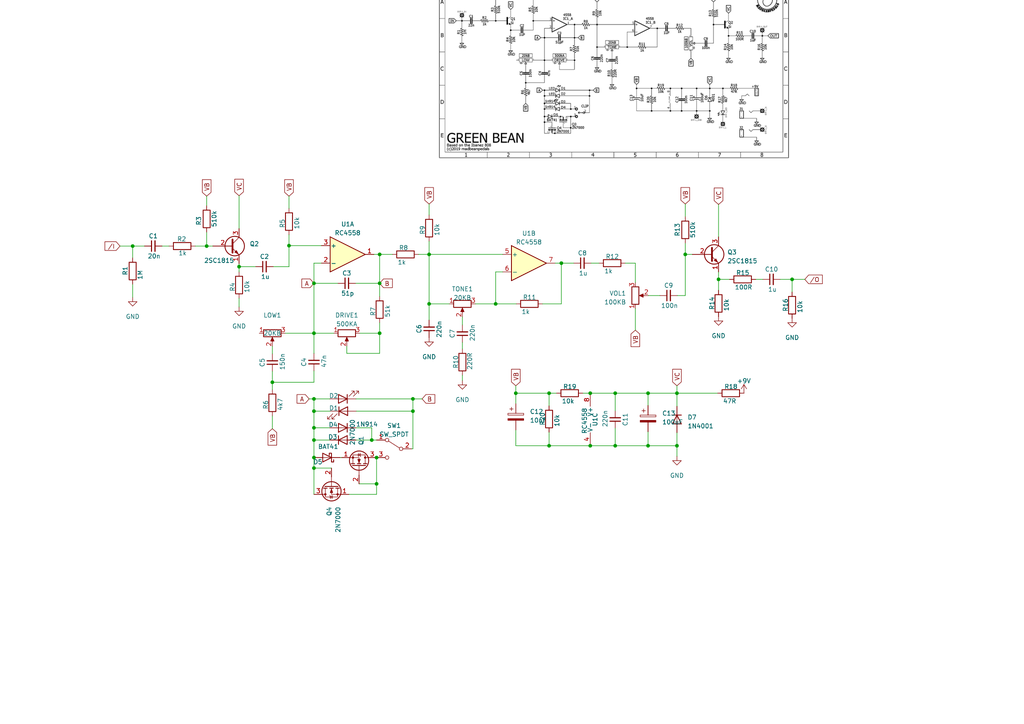
<source format=kicad_sch>
(kicad_sch (version 20230121) (generator eeschema)
  (paper "A4")
  (lib_symbols
    (symbol "Amplifier_Operational:RC4558" (pin_names (offset 0.127))
      (property "Reference" "U" (at 0 5.08 0))
      (property "Value" "RC4558" (at 0 -5.08 0))
      (symbol "RC4558_1_1"
        (polyline (pts (xy -5.08 5.08) (xy 5.08 0) (xy -5.08 -5.08) (xy -5.08 5.08)) (stroke (width 0.254)) (fill (type background)))
        (pin output line (at 7.62 0 180) (length 2.54) (name "~") (number "1"))
        (pin input line (at -7.62 -2.54 0) (length 2.54) (name "-") (number "2"))
        (pin input line (at -7.62 2.54 0) (length 2.54) (name "+") (number "3"))
      )
      (symbol "RC4558_2_1"
        (polyline (pts (xy -5.08 5.08) (xy 5.08 0) (xy -5.08 -5.08) (xy -5.08 5.08)) (stroke (width 0.254)) (fill (type background)))
        (pin input line (at -7.62 2.54 0) (length 2.54) (name "+") (number "5"))
        (pin input line (at -7.62 -2.54 0) (length 2.54) (name "-") (number "6"))
        (pin output line (at 7.62 0 180) (length 2.54) (name "~") (number "7"))
      )
      (symbol "RC4558_3_1"
        (pin power_in line (at -2.54 -7.62 90) (length 3.81) (name "V-") (number "4"))
        (pin power_in line (at -2.54 7.62 270) (length 3.81) (name "V+") (number "8"))
      )
    )
    (symbol "Device:C_Polarized" (pin_numbers hide) (pin_names (offset 0.254))
      (property "Reference" "C" (at 0.635 2.54 0))
      (property "Value" "C_Polarized" (at 0.635 -2.54 0))
      (symbol "C_Polarized_0_1"
        (rectangle (start -2.286 0.508) (end 2.286 1.016))
        (polyline (pts (xy -1.778 2.286) (xy -0.762 2.286)))
        (polyline (pts (xy -1.27 2.794) (xy -1.27 1.778)))
        (rectangle (start 2.286 -0.508) (end -2.286 -1.016) (fill (type outline)))
      )
      (symbol "C_Polarized_1_1"
        (pin passive line (at 0 3.81 270) (length 2.794) (name "~") (number "1"))
        (pin passive line (at 0 -3.81 90) (length 2.794) (name "~") (number "2"))
      )
    )
    (symbol "Device:C_Small" (pin_numbers hide) (pin_names (offset 0.254) hide)
      (property "Reference" "C" (at 0.254 1.778 0))
      (property "Value" "C_Small" (at 0.254 -2.032 0))
      (symbol "C_Small_0_1"
        (polyline (pts (xy -1.524 -0.508) (xy 1.524 -0.508)) (stroke (width 0.3302)))
        (polyline (pts (xy -1.524 0.508) (xy 1.524 0.508)) (stroke (width 0.3048)))
      )
      (symbol "C_Small_1_1"
        (pin passive line (at 0 2.54 270) (length 2.032) (name "~") (number "1"))
        (pin passive line (at 0 -2.54 90) (length 2.032) (name "~") (number "2"))
      )
    )
    (symbol "Device:LED" (pin_numbers hide) (pin_names (offset 1.016) hide)
      (property "Reference" "D" (at 0 2.54 0))
      (property "Value" "LED" (at 0 -2.54 0))
      (symbol "LED_0_1"
        (polyline (pts (xy -1.27 -1.27) (xy -1.27 1.27)) (stroke (width 0.254)))
        (polyline (pts (xy -1.27 0) (xy 1.27 0)))
        (polyline (pts (xy 1.27 -1.27) (xy 1.27 1.27) (xy -1.27 0) (xy 1.27 -1.27)) (stroke (width 0.254)))
        (polyline (pts (xy -3.048 -0.762) (xy -4.572 -2.286) (xy -3.81 -2.286) (xy -4.572 -2.286) (xy -4.572 -1.524)))
        (polyline (pts (xy -1.778 -0.762) (xy -3.302 -2.286) (xy -2.54 -2.286) (xy -3.302 -2.286) (xy -3.302 -1.524)))
      )
      (symbol "LED_1_1"
        (pin passive line (at -3.81 0 0) (length 2.54) (name "K") (number "1"))
        (pin passive line (at 3.81 0 180) (length 2.54) (name "A") (number "2"))
      )
    )
    (symbol "Device:Q_NPN_EBC" (pin_names (offset 0) hide)
      (property "Reference" "Q" (at 5.08 1.27 0))
      (property "Value" "Q_NPN_EBC" (at 5.08 -1.27 0))
      (symbol "Q_NPN_EBC_0_1"
        (polyline (pts (xy 0.635 0.635) (xy 2.54 2.54)))
        (polyline (pts (xy 0.635 -0.635) (xy 2.54 -2.54) (xy 2.54 -2.54)))
        (polyline (pts (xy 0.635 1.905) (xy 0.635 -1.905) (xy 0.635 -1.905)) (stroke (width 0.508)))
        (polyline (pts (xy 1.27 -1.778) (xy 1.778 -1.27) (xy 2.286 -2.286) (xy 1.27 -1.778) (xy 1.27 -1.778)) (fill (type outline)))
        (circle (center 1.27 0) (radius 2.8194) (stroke (width 0.254)))
      )
      (symbol "Q_NPN_EBC_1_1"
        (pin passive line (at 2.54 -5.08 90) (length 2.54) (name "E") (number "1"))
        (pin passive line (at -5.08 0 0) (length 5.715) (name "B") (number "2"))
        (pin passive line (at 2.54 5.08 270) (length 2.54) (name "C") (number "3"))
      )
    )
    (symbol "Device:R" (pin_numbers hide) (pin_names (offset 0))
      (property "Reference" "R" (at 2.032 0 90))
      (property "Value" "R" (at 0 0 90))
      (symbol "R_0_1"
        (rectangle (start -1.016 -2.54) (end 1.016 2.54) (stroke (width 0.254)))
      )
      (symbol "R_1_1"
        (pin passive line (at 0 3.81 270) (length 1.27) (name "~") (number "1"))
        (pin passive line (at 0 -3.81 90) (length 1.27) (name "~") (number "2"))
      )
    )
    (symbol "Device:R_Potentiometer" (pin_names (offset 1.016) hide)
      (property "Reference" "RV" (at -4.445 0 90))
      (property "Value" "R_Potentiometer" (at -2.54 0 90))
      (symbol "R_Potentiometer_0_1"
        (polyline (pts (xy 2.54 0) (xy 1.524 0)))
        (polyline (pts (xy 1.143 0) (xy 2.286 0.508) (xy 2.286 -0.508) (xy 1.143 0)) (fill (type outline)))
        (rectangle (start 1.016 2.54) (end -1.016 -2.54) (stroke (width 0.254)))
      )
      (symbol "R_Potentiometer_1_1"
        (pin passive line (at 0 3.81 270) (length 1.27) (name "1") (number "1"))
        (pin passive line (at 3.81 0 180) (length 1.27) (name "2") (number "2"))
        (pin passive line (at 0 -3.81 90) (length 1.27) (name "3") (number "3"))
      )
    )
    (symbol "Diode:1N4001" (pin_numbers hide) (pin_names hide)
      (property "Reference" "D" (at 0 2.54 0))
      (property "Value" "1N4001" (at 0 -2.54 0))
      (symbol "1N4001_0_1"
        (polyline (pts (xy -1.27 1.27) (xy -1.27 -1.27)) (stroke (width 0.254)))
        (polyline (pts (xy 1.27 0) (xy -1.27 0)))
        (polyline (pts (xy 1.27 1.27) (xy 1.27 -1.27) (xy -1.27 0) (xy 1.27 1.27)) (stroke (width 0.254)))
      )
      (symbol "1N4001_1_1"
        (pin passive line (at -3.81 0 0) (length 2.54) (name "K") (number "1"))
        (pin passive line (at 3.81 0 180) (length 2.54) (name "A") (number "2"))
      )
    )
    (symbol "Diode:1N914" (pin_numbers hide) (pin_names hide)
      (property "Reference" "D" (at 0 2.54 0))
      (property "Value" "1N914" (at 0 -2.54 0))
      (symbol "1N914_0_1"
        (polyline (pts (xy -1.27 1.27) (xy -1.27 -1.27)) (stroke (width 0.254)))
        (polyline (pts (xy 1.27 0) (xy -1.27 0)))
        (polyline (pts (xy 1.27 1.27) (xy 1.27 -1.27) (xy -1.27 0) (xy 1.27 1.27)) (stroke (width 0.254)))
      )
      (symbol "1N914_1_1"
        (pin passive line (at -3.81 0 0) (length 2.54) (name "K") (number "1"))
        (pin passive line (at 3.81 0 180) (length 2.54) (name "A") (number "2"))
      )
    )
    (symbol "Diode:BAT41" (pin_numbers hide) (pin_names (offset 1.016) hide)
      (property "Reference" "D" (at 0 2.54 0))
      (property "Value" "BAT41" (at 0 -2.54 0))
      (symbol "BAT41_0_1"
        (polyline (pts (xy 1.27 0) (xy -1.27 0)))
        (polyline (pts (xy 1.27 1.27) (xy 1.27 -1.27) (xy -1.27 0) (xy 1.27 1.27)) (stroke (width 0.254)))
        (polyline (pts (xy -1.905 0.635) (xy -1.905 1.27) (xy -1.27 1.27) (xy -1.27 -1.27) (xy -0.635 -1.27) (xy -0.635 -0.635)) (stroke (width 0.254)))
      )
      (symbol "BAT41_1_1"
        (pin passive line (at -3.81 0 0) (length 2.54) (name "K") (number "1"))
        (pin passive line (at 3.81 0 180) (length 2.54) (name "A") (number "2"))
      )
    )
    (symbol "Switch:SW_SPDT" (pin_names (offset 0) hide)
      (property "Reference" "SW" (at 0 4.318 0))
      (property "Value" "SW_SPDT" (at 0 -5.08 0))
      (symbol "SW_SPDT_0_0"
        (circle (center -2.032 0) (radius 0.508))
        (circle (center 2.032 -2.54) (radius 0.508))
      )
      (symbol "SW_SPDT_0_1"
        (polyline (pts (xy -1.524 0.254) (xy 1.651 2.286)))
        (circle (center 2.032 2.54) (radius 0.508))
      )
      (symbol "SW_SPDT_1_1"
        (pin passive line (at 5.08 2.54 180) (length 2.54) (name "A") (number "1"))
        (pin passive line (at -5.08 0 0) (length 2.54) (name "B") (number "2"))
        (pin passive line (at 5.08 -2.54 180) (length 2.54) (name "C") (number "3"))
      )
    )
    (symbol "Transistor_FET:2N7000" (pin_names hide)
      (property "Reference" "Q" (at 5.08 1.905 0))
      (property "Value" "2N7000" (at 5.08 0 0))
      (symbol "2N7000_0_1"
        (polyline (pts (xy 0.254 0) (xy -2.54 0)))
        (polyline (pts (xy 0.254 1.905) (xy 0.254 -1.905)) (stroke (width 0.254)))
        (polyline (pts (xy 0.762 -1.27) (xy 0.762 -2.286)) (stroke (width 0.254)))
        (polyline (pts (xy 0.762 0.508) (xy 0.762 -0.508)) (stroke (width 0.254)))
        (polyline (pts (xy 0.762 2.286) (xy 0.762 1.27)) (stroke (width 0.254)))
        (polyline (pts (xy 2.54 2.54) (xy 2.54 1.778)))
        (polyline (pts (xy 2.54 -2.54) (xy 2.54 0) (xy 0.762 0)))
        (polyline (pts (xy 0.762 -1.778) (xy 3.302 -1.778) (xy 3.302 1.778) (xy 0.762 1.778)))
        (polyline (pts (xy 1.016 0) (xy 2.032 0.381) (xy 2.032 -0.381) (xy 1.016 0)) (fill (type outline)))
        (polyline (pts (xy 2.794 0.508) (xy 2.921 0.381) (xy 3.683 0.381) (xy 3.81 0.254)))
        (polyline (pts (xy 3.302 0.381) (xy 2.921 -0.254) (xy 3.683 -0.254) (xy 3.302 0.381)))
        (circle (center 1.651 0) (radius 2.794) (stroke (width 0.254)))
        (circle (center 2.54 -1.778) (radius 0.254) (fill (type outline)))
        (circle (center 2.54 1.778) (radius 0.254) (fill (type outline)))
      )
      (symbol "2N7000_1_1"
        (pin passive line (at 2.54 -5.08 90) (length 2.54) (name "S") (number "1"))
        (pin input line (at -5.08 0 0) (length 2.54) (name "G") (number "2"))
        (pin passive line (at 2.54 5.08 270) (length 2.54) (name "D") (number "3"))
      )
    )
    (symbol "power:+9V" (power) (pin_names (offset 0))
      (property "Value" "+9V" (at 0 3.556 0))
      (symbol "+9V_0_1"
        (polyline (pts (xy -0.762 1.27) (xy 0 2.54)))
        (polyline (pts (xy 0 0) (xy 0 2.54)))
        (polyline (pts (xy 0 2.54) (xy 0.762 1.27)))
      )
      (symbol "+9V_1_1"
        (pin power_in line (at 0 0 90) (length 0) hide (name "+9V") (number "1"))
      )
    )
    (symbol "power:GND" (power) (pin_names (offset 0))
      (property "Value" "GND" (at 0 -3.81 0))
      (symbol "GND_0_1"
        (polyline (pts (xy 0 0) (xy 0 -1.27) (xy 1.27 -1.27) (xy 0 -2.54) (xy -1.27 -1.27) (xy 0 -1.27)))
      )
      (symbol "GND_1_1"
        (pin power_in line (at 0 0 270) (length 0) hide (name "GND") (number "1"))
      )
    )
  )
  (junction (at 208.407 81.026))
  (junction (at 59.944 71.374))
  (junction (at 91.059 127.635))
  (junction (at 78.994 110.871))
  (junction (at 229.743 81.026))
  (junction (at 196.342 129.286))
  (junction (at 91.059 96.647))
  (junction (at 119.761 115.697))
  (junction (at 149.606 114.046))
  (junction (at 178.435 129.286))
  (junction (at 110.109 96.647))
  (junction (at 143.764 88.138))
  (junction (at 187.96 129.286))
  (junction (at 119.761 119.253))
  (junction (at 162.814 76.327))
  (junction (at 107.823 127.635))
  (junction (at 171.196 114.046))
  (junction (at 178.435 114.046))
  (junction (at 91.059 124.079))
  (junction (at 91.059 135.763))
  (junction (at 124.46 73.787))
  (junction (at 159.258 129.286))
  (junction (at 109.22 132.715))
  (junction (at 198.755 73.787))
  (junction (at 83.82 71.247))
  (junction (at 171.196 129.286))
  (junction (at 187.96 114.046))
  (junction (at 196.342 114.046))
  (junction (at 124.46 88.138))
  (junction (at 69.342 77.343))
  (junction (at 91.059 132.715))
  (junction (at 159.258 114.046))
  (junction (at 38.481 71.374))
  (junction (at 110.109 73.787))
  (junction (at 109.22 140.335))
  (junction (at 110.109 82.169))
  (junction (at 91.059 82.169))
  (junction (at 91.059 119.253))
  (junction (at 91.059 115.697))
  (wire (pts (xy 109.22 143.383) (xy 101.219 143.383)))
  (wire (pts (xy 198.755 59.182) (xy 198.755 62.865)))
  (wire (pts (xy 59.944 56.896) (xy 59.944 59.69)))
  (wire (pts (xy 78.994 110.871) (xy 78.994 113.03)))
  (wire (pts (xy 69.342 56.769) (xy 69.342 66.294)))
  (wire (pts (xy 91.059 119.253) (xy 91.059 115.697)))
  (wire (pts (xy 91.059 82.169) (xy 91.059 96.647)))
  (wire (pts (xy 124.46 88.138) (xy 124.46 92.837)))
  (wire (pts (xy 38.481 71.374) (xy 41.91 71.374)))
  (wire (pts (xy 95.631 127.635) (xy 91.059 127.635)))
  (wire (pts (xy 59.944 71.374) (xy 61.722 71.374)))
  (wire (pts (xy 91.059 127.635) (xy 91.059 124.079)))
  (wire (pts (xy 137.922 88.138) (xy 143.764 88.138)))
  (wire (pts (xy 229.743 81.026) (xy 229.743 84.709)))
  (wire (pts (xy 181.356 76.327) (xy 184.277 76.327)))
  (wire (pts (xy 161.417 114.046) (xy 159.258 114.046)))
  (wire (pts (xy 159.258 114.046) (xy 149.606 114.046)))
  (wire (pts (xy 229.743 81.026) (xy 233.426 81.026)))
  (wire (pts (xy 208.407 81.026) (xy 208.407 84.201)))
  (wire (pts (xy 59.944 67.31) (xy 59.944 71.374)))
  (wire (pts (xy 187.96 114.046) (xy 196.342 114.046)))
  (wire (pts (xy 188.087 85.725) (xy 191.389 85.725)))
  (wire (pts (xy 187.96 125.222) (xy 187.96 129.286)))
  (wire (pts (xy 143.764 78.867) (xy 143.764 88.138)))
  (wire (pts (xy 83.82 56.896) (xy 83.82 60.452)))
  (wire (pts (xy 159.258 114.046) (xy 159.258 117.729)))
  (wire (pts (xy 89.662 115.697) (xy 91.059 115.697)))
  (wire (pts (xy 119.761 130.175) (xy 119.761 119.253)))
  (wire (pts (xy 149.606 129.286) (xy 159.258 129.286)))
  (wire (pts (xy 91.059 76.327) (xy 91.059 82.169)))
  (wire (pts (xy 100.584 102.489) (xy 110.109 102.489)))
  (wire (pts (xy 83.82 77.343) (xy 83.82 71.247)))
  (wire (pts (xy 124.46 73.787) (xy 124.46 88.138)))
  (wire (pts (xy 157.353 88.138) (xy 162.814 88.138)))
  (wire (pts (xy 178.435 114.046) (xy 178.435 119.126)))
  (wire (pts (xy 196.342 125.476) (xy 196.342 129.286)))
  (wire (pts (xy 198.755 73.787) (xy 200.787 73.787)))
  (wire (pts (xy 78.994 107.696) (xy 78.994 110.871)))
  (wire (pts (xy 69.342 77.343) (xy 69.342 78.867)))
  (wire (pts (xy 103.251 124.079) (xy 107.823 124.079)))
  (wire (pts (xy 178.435 129.286) (xy 171.196 129.286)))
  (wire (pts (xy 124.46 69.977) (xy 124.46 73.787)))
  (wire (pts (xy 208.407 59.309) (xy 208.407 68.707)))
  (wire (pts (xy 162.814 76.327) (xy 161.036 76.327)))
  (wire (pts (xy 69.342 77.343) (xy 74.168 77.343)))
  (wire (pts (xy 196.342 114.046) (xy 196.342 117.856)))
  (wire (pts (xy 196.342 111.887) (xy 196.342 114.046)))
  (wire (pts (xy 184.277 76.327) (xy 184.277 81.915)))
  (wire (pts (xy 79.248 77.343) (xy 83.82 77.343)))
  (wire (pts (xy 171.196 129.286) (xy 159.258 129.286)))
  (wire (pts (xy 109.22 132.715) (xy 109.22 140.335)))
  (wire (pts (xy 78.994 110.871) (xy 91.059 110.871)))
  (wire (pts (xy 38.481 74.803) (xy 38.481 71.374)))
  (wire (pts (xy 162.814 76.327) (xy 166.37 76.327)))
  (wire (pts (xy 103.124 82.169) (xy 110.109 82.169)))
  (wire (pts (xy 196.469 85.725) (xy 198.755 85.725)))
  (wire (pts (xy 134.112 91.948) (xy 134.112 94.234)))
  (wire (pts (xy 149.606 124.714) (xy 149.606 129.286)))
  (wire (pts (xy 91.059 96.647) (xy 96.774 96.647)))
  (wire (pts (xy 134.112 99.314) (xy 134.112 101.219)))
  (wire (pts (xy 187.96 129.286) (xy 178.435 129.286)))
  (wire (pts (xy 162.814 88.138) (xy 162.814 76.327)))
  (wire (pts (xy 119.761 115.697) (xy 103.251 115.697)))
  (wire (pts (xy 110.109 73.787) (xy 113.792 73.787)))
  (wire (pts (xy 110.109 73.787) (xy 108.458 73.787)))
  (wire (pts (xy 91.059 107.569) (xy 91.059 110.871)))
  (wire (pts (xy 91.059 132.715) (xy 91.059 135.763)))
  (wire (pts (xy 91.059 119.253) (xy 95.758 119.253)))
  (wire (pts (xy 187.96 114.046) (xy 187.96 117.602)))
  (wire (pts (xy 91.059 124.079) (xy 95.631 124.079)))
  (wire (pts (xy 110.109 82.169) (xy 110.109 85.979)))
  (wire (pts (xy 143.764 88.138) (xy 149.733 88.138)))
  (wire (pts (xy 49.022 71.374) (xy 46.99 71.374)))
  (wire (pts (xy 198.755 85.725) (xy 198.755 73.787)))
  (wire (pts (xy 104.394 96.647) (xy 110.109 96.647)))
  (wire (pts (xy 91.059 127.635) (xy 91.059 132.715)))
  (wire (pts (xy 93.218 76.327) (xy 91.059 76.327)))
  (wire (pts (xy 196.342 129.286) (xy 196.342 132.334)))
  (wire (pts (xy 110.109 96.647) (xy 110.109 93.599)))
  (wire (pts (xy 124.46 59.182) (xy 124.46 62.357)))
  (wire (pts (xy 91.059 115.697) (xy 95.631 115.697)))
  (wire (pts (xy 78.994 100.457) (xy 78.994 102.616)))
  (wire (pts (xy 208.407 78.867) (xy 208.407 81.026)))
  (wire (pts (xy 69.342 76.454) (xy 69.342 77.343)))
  (wire (pts (xy 198.755 73.787) (xy 198.755 70.485)))
  (wire (pts (xy 83.82 71.247) (xy 83.82 68.072)))
  (wire (pts (xy 83.82 71.247) (xy 93.218 71.247)))
  (wire (pts (xy 196.342 129.286) (xy 187.96 129.286)))
  (wire (pts (xy 130.302 88.138) (xy 124.46 88.138)))
  (wire (pts (xy 208.407 81.026) (xy 211.582 81.026)))
  (wire (pts (xy 145.796 78.867) (xy 143.764 78.867)))
  (wire (pts (xy 119.761 115.697) (xy 119.761 119.253)))
  (wire (pts (xy 99.06 132.715) (xy 98.679 132.715)))
  (wire (pts (xy 91.059 96.647) (xy 91.059 102.489)))
  (wire (pts (xy 196.342 114.046) (xy 208.153 114.046)))
  (wire (pts (xy 171.196 114.046) (xy 178.435 114.046)))
  (wire (pts (xy 171.45 76.327) (xy 173.736 76.327)))
  (wire (pts (xy 103.378 119.253) (xy 119.761 119.253)))
  (wire (pts (xy 110.109 102.489) (xy 110.109 96.647)))
  (wire (pts (xy 109.22 140.335) (xy 109.22 143.383)))
  (wire (pts (xy 69.342 86.487) (xy 69.342 89.027)))
  (wire (pts (xy 119.38 130.175) (xy 119.761 130.175)))
  (wire (pts (xy 78.994 120.65) (xy 78.994 124.333)))
  (wire (pts (xy 178.435 124.206) (xy 178.435 129.286)))
  (wire (pts (xy 91.059 124.079) (xy 91.059 119.253)))
  (wire (pts (xy 226.314 81.026) (xy 229.743 81.026)))
  (wire (pts (xy 103.251 127.635) (xy 107.823 127.635)))
  (wire (pts (xy 159.258 129.286) (xy 159.258 125.349)))
  (wire (pts (xy 91.059 82.169) (xy 98.044 82.169)))
  (wire (pts (xy 107.823 124.079) (xy 107.823 127.635)))
  (wire (pts (xy 169.037 114.046) (xy 171.196 114.046)))
  (wire (pts (xy 149.606 114.046) (xy 149.606 111.887)))
  (wire (pts (xy 104.14 140.335) (xy 109.22 140.335)))
  (wire (pts (xy 219.202 81.026) (xy 221.234 81.026)))
  (wire (pts (xy 56.642 71.374) (xy 59.944 71.374)))
  (wire (pts (xy 91.059 135.763) (xy 91.059 143.383)))
  (wire (pts (xy 91.059 135.763) (xy 96.139 135.763)))
  (wire (pts (xy 110.109 82.169) (xy 110.109 73.787)))
  (wire (pts (xy 178.435 114.046) (xy 187.96 114.046)))
  (wire (pts (xy 100.584 100.457) (xy 100.584 102.489)))
  (wire (pts (xy 82.804 96.647) (xy 91.059 96.647)))
  (wire (pts (xy 34.798 71.374) (xy 38.481 71.374)))
  (wire (pts (xy 38.481 82.423) (xy 38.481 86.233)))
  (wire (pts (xy 184.277 95.758) (xy 184.277 89.535)))
  (wire (pts (xy 124.46 73.787) (xy 145.796 73.787)))
  (wire (pts (xy 107.823 127.635) (xy 109.22 127.635)))
  (wire (pts (xy 122.428 115.697) (xy 119.761 115.697)))
  (wire (pts (xy 134.112 108.839) (xy 134.112 110.363)))
  (wire (pts (xy 149.606 114.046) (xy 149.606 117.094)))
  (wire (pts (xy 121.412 73.787) (xy 124.46 73.787)))
  (image (at 178.054 19.939))
  (global_label "VB" (shape input) (at 184.277 95.758 270) (property "Intersheetrefs" "${INTERSHEET_REFS}" (effects hide)))
  (global_label "{slash}O" (shape input) (at 233.426 81.026 0) (property "Intersheetrefs" "${INTERSHEET_REFS}" (effects hide)))
  (global_label "VC" (shape input) (at 196.342 111.887 90) (property "Intersheetrefs" "${INTERSHEET_REFS}" (effects hide)))
  (global_label "VC" (shape input) (at 69.342 56.769 90) (property "Intersheetrefs" "${INTERSHEET_REFS}" (effects hide)))
  (global_label "A" (shape input) (at 91.059 82.169 180) (property "Intersheetrefs" "${INTERSHEET_REFS}" (effects hide)))
  (global_label "{slash}I" (shape input) (at 34.798 71.374 180) (property "Intersheetrefs" "${INTERSHEET_REFS}" (effects hide)))
  (global_label "B" (shape input) (at 122.428 115.697 0) (property "Intersheetrefs" "${INTERSHEET_REFS}" (effects hide)))
  (global_label "VB" (shape input) (at 198.755 59.182 90) (property "Intersheetrefs" "${INTERSHEET_REFS}" (effects hide)))
  (global_label "VB" (shape input) (at 124.46 59.182 90) (property "Intersheetrefs" "${INTERSHEET_REFS}" (effects hide)))
  (global_label "VB" (shape input) (at 149.606 111.887 90) (property "Intersheetrefs" "${INTERSHEET_REFS}" (effects hide)))
  (global_label "VB" (shape input) (at 59.944 56.896 90) (property "Intersheetrefs" "${INTERSHEET_REFS}" (effects hide)))
  (global_label "VB" (shape input) (at 83.82 56.896 90) (property "Intersheetrefs" "${INTERSHEET_REFS}" (effects hide)))
  (global_label "VB" (shape input) (at 78.994 124.333 270) (property "Intersheetrefs" "${INTERSHEET_REFS}" (effects hide)))
  (global_label "VC" (shape input) (at 208.407 59.309 90) (property "Intersheetrefs" "${INTERSHEET_REFS}" (effects hide)))
  (global_label "A" (shape input) (at 89.662 115.697 180) (property "Intersheetrefs" "${INTERSHEET_REFS}" (effects hide)))
  (global_label "B" (shape input) (at 110.109 82.169 0) (property "Intersheetrefs" "${INTERSHEET_REFS}" (effects hide)))
  (symbol (lib_id "Diode:BAT41") (at 94.869 132.715 180) (unit 1)
    (property "Reference" "D5" (at 92.202 133.985 0))
    (property "Value" "BAT41" (at 95.1865 129.54 0))
    (property "Footprint" "Diode_THT:D_DO-35_SOD27_P7.62mm_Horizontal" (effects hide))
    (property "Datasheet" "http://www.vishay.com/docs/85659/bat41.pdf" (effects hide))
  )
  (symbol (lib_id "Device:R") (at 159.258 121.539 180) (unit 1)
    (property "Reference" "R20" (at 157.353 123.444 90) (effects (justify right)))
    (property "Value" "10k" (at 161.544 123.825 90) (effects (justify right)))
    (property "Footprint" "Resistor_THT:R_Axial_DIN0204_L3.6mm_D1.6mm_P7.62mm_Horizontal" (effects hide))
  )
  (symbol (lib_id "Device:R") (at 165.227 114.046 90) (unit 1)
    (property "Reference" "R19" (at 163.322 112.141 90) (effects (justify right)))
    (property "Value" "10k" (at 162.941 116.332 90) (effects (justify right)))
    (property "Footprint" "Resistor_THT:R_Axial_DIN0204_L3.6mm_D1.6mm_P7.62mm_Horizontal" (effects hide))
  )
  (symbol (lib_id "Device:LED") (at 99.441 115.697 180) (unit 1)
    (property "Reference" "D2" (at 96.774 114.808 0))
    (property "Value" "LED" (effects hide))
    (property "Footprint" "LED_THT:LED_D3.0mm" (effects hide))
  )
  (symbol (lib_id "Device:R") (at 198.755 66.675 180) (unit 1)
    (property "Reference" "R13" (at 196.469 68.58 90) (effects (justify right)))
    (property "Value" "510k" (at 200.914 69.088 90) (effects (justify right)))
    (property "Footprint" "Resistor_THT:R_Axial_DIN0204_L3.6mm_D1.6mm_P7.62mm_Horizontal" (effects hide))
  )
  (symbol (lib_id "power:GND") (at 69.342 89.027 0) (unit 1)
    (property "Reference" "#PWR01" (effects hide))
    (property "Value" "GND" (at 69.342 94.615 0))
  )
  (symbol (lib_id "Device:R_Potentiometer") (at 184.277 85.725 0) (mirror x) (unit 1)
    (property "Reference" "VOL1" (at 181.61 85.09 0) (effects (justify right)))
    (property "Value" "100KB" (at 181.61 87.63 0) (effects (justify right)))
    (property "Footprint" "Potentiometer_THT:Potentiometer_Vishay_148-149_Single_Vertical" (effects hide))
  )
  (symbol (lib_id "power:GND") (at 229.743 92.329 0) (unit 1)
    (property "Reference" "#PWR06" (effects hide))
    (property "Value" "GND" (at 229.743 97.917 0))
  )
  (symbol (lib_id "Device:C_Small") (at 168.91 76.327 90) (unit 1)
    (property "Reference" "C8" (at 168.91 73.406 90))
    (property "Value" "1u" (at 169.164 79.248 90))
    (property "Footprint" "Capacitor_THT:C_Disc_D3.0mm_W1.6mm_P2.50mm" (effects hide))
  )
  (symbol (lib_id "Device:R") (at 78.994 116.84 180) (unit 1)
    (property "Reference" "R6" (at 77.089 118.745 90) (effects (justify right)))
    (property "Value" "4k7" (at 81.28 119.126 90) (effects (justify right)))
    (property "Footprint" "Resistor_THT:R_Axial_DIN0204_L3.6mm_D1.6mm_P7.62mm_Horizontal" (effects hide))
  )
  (symbol (lib_id "Device:R") (at 117.602 73.787 90) (unit 1)
    (property "Reference" "R8" (at 115.697 71.882 90) (effects (justify right)))
    (property "Value" "1k" (at 115.316 76.073 90) (effects (justify right)))
    (property "Footprint" "Resistor_THT:R_Axial_DIN0204_L3.6mm_D1.6mm_P7.62mm_Horizontal" (effects hide))
  )
  (symbol (lib_id "Diode:1N914") (at 99.441 124.079 180) (unit 1)
    (property "Reference" "D4" (at 96.647 123.19 0))
    (property "Value" "1N914" (effects hide))
    (property "Footprint" "Diode_THT:D_DO-35_SOD27_P7.62mm_Horizontal" (effects hide))
    (property "Datasheet" "http://www.vishay.com/docs/85622/1n914.pdf" (effects hide))
    (property "Sim.Device" "D" (effects hide))
    (property "Sim.Pins" "1=K 2=A" (effects hide))
  )
  (symbol (lib_id "Device:R") (at 215.392 81.026 90) (unit 1)
    (property "Reference" "R15" (at 213.487 79.121 90) (effects (justify right)))
    (property "Value" "100R" (at 213.106 83.312 90) (effects (justify right)))
    (property "Footprint" "Resistor_THT:R_Axial_DIN0204_L3.6mm_D1.6mm_P7.62mm_Horizontal" (effects hide))
  )
  (symbol (lib_id "Device:C_Small") (at 223.774 81.026 90) (unit 1)
    (property "Reference" "C10" (at 223.774 78.105 90))
    (property "Value" "1u" (at 224.028 83.947 90))
    (property "Footprint" "Capacitor_THT:C_Disc_D3.0mm_W1.6mm_P2.50mm" (effects hide))
  )
  (symbol (lib_id "Device:C_Small") (at 124.46 95.377 180) (unit 1)
    (property "Reference" "C6" (at 121.539 95.377 90))
    (property "Value" "220n" (at 127.381 95.504 90))
    (property "Footprint" "Capacitor_THT:C_Disc_D3.0mm_W1.6mm_P2.50mm" (effects hide))
  )
  (symbol (lib_id "Amplifier_Operational:RC4558") (at 153.416 76.327 0) (unit 2)
    (property "Reference" "U1" (at 153.416 67.691 0))
    (property "Value" "RC4558" (at 153.416 70.231 0))
    (property "Footprint" "Package_DIP:DIP-8_W7.62mm" (effects hide))
    (property "Datasheet" "http://www.ti.com/lit/ds/symlink/rc4558.pdf" (effects hide))
  )
  (symbol (lib_id "Device:Q_NPN_EBC") (at 66.802 71.374 0) (unit 1)
    (property "Reference" "Q2" (at 72.39 70.739 0) (effects (justify left)))
    (property "Value" "2SC1815" (at 59.182 75.565 0) (effects (justify left)))
    (property "Footprint" "Package_TO_SOT_THT:TO-92L_HandSolder" (effects hide))
  )
  (symbol (lib_id "power:GND") (at 124.46 97.917 0) (unit 1)
    (property "Reference" "#PWR03" (effects hide))
    (property "Value" "GND" (at 124.46 103.505 0))
  )
  (symbol (lib_id "Device:R") (at 38.481 78.613 180) (unit 1)
    (property "Reference" "R1" (at 36.322 79.883 90) (effects (justify right)))
    (property "Value" "1M" (at 40.64 81.153 90) (effects (justify right)))
    (property "Footprint" "Resistor_THT:R_Axial_DIN0204_L3.6mm_D1.6mm_P7.62mm_Horizontal" (effects hide))
  )
  (symbol (lib_id "Device:C_Small") (at 193.929 85.725 90) (unit 1)
    (property "Reference" "C9" (at 193.929 82.804 90))
    (property "Value" "100n" (at 194.183 88.646 90))
    (property "Footprint" "Capacitor_THT:C_Disc_D3.0mm_W1.6mm_P2.50mm" (effects hide))
  )
  (symbol (lib_id "Amplifier_Operational:RC4558") (at 100.838 73.787 0) (unit 1)
    (property "Reference" "U1" (at 100.838 65.024 0))
    (property "Value" "RC4558" (at 100.838 67.564 0))
    (property "Footprint" "Package_DIP:DIP-8_W7.62mm" (effects hide))
    (property "Datasheet" "http://www.ti.com/lit/ds/symlink/rc4558.pdf" (effects hide))
  )
  (symbol (lib_id "Device:R") (at 124.46 66.167 180) (unit 1)
    (property "Reference" "R9" (at 122.555 68.072 90) (effects (justify right)))
    (property "Value" "10k" (at 126.746 68.453 90) (effects (justify right)))
    (property "Footprint" "Resistor_THT:R_Axial_DIN0204_L3.6mm_D1.6mm_P7.62mm_Horizontal" (effects hide))
  )
  (symbol (lib_id "Device:R") (at 110.109 89.789 180) (unit 1)
    (property "Reference" "R7" (at 108.204 91.694 90) (effects (justify right)))
    (property "Value" "51k" (at 112.395 92.075 90) (effects (justify right)))
    (property "Footprint" "Resistor_THT:R_Axial_DIN0204_L3.6mm_D1.6mm_P7.62mm_Horizontal" (effects hide))
  )
  (symbol (lib_id "Transistor_FET:2N7000") (at 96.139 140.843 90) (mirror x) (unit 1)
    (property "Reference" "Q4" (at 95.504 146.939 0) (effects (justify left)))
    (property "Value" "2N7000" (at 98.044 146.939 0) (effects (justify left)))
    (property "Footprint" "Package_TO_SOT_THT:TO-92_Inline" (effects hide))
    (property "Datasheet" "https://www.vishay.com/docs/70226/70226.pdf" (effects hide))
  )
  (symbol (lib_id "Device:C_Small") (at 76.708 77.343 90) (unit 1)
    (property "Reference" "C2" (at 76.708 74.422 90))
    (property "Value" "1u" (at 76.962 80.264 90))
    (property "Footprint" "Capacitor_THT:C_Disc_D3.0mm_W1.6mm_P2.50mm" (effects hide))
  )
  (symbol (lib_id "Device:R") (at 211.963 114.046 90) (unit 1)
    (property "Reference" "R18" (at 210.058 112.141 90) (effects (justify right)))
    (property "Value" "47R" (at 209.677 116.332 90) (effects (justify right)))
    (property "Footprint" "Resistor_THT:R_Axial_DIN0204_L3.6mm_D1.6mm_P7.62mm_Horizontal" (effects hide))
  )
  (symbol (lib_id "Device:R_Potentiometer") (at 134.112 88.138 90) (mirror x) (unit 1)
    (property "Reference" "TONE1" (at 134.112 83.82 90))
    (property "Value" "20KB" (at 134.112 86.36 90))
    (property "Footprint" "Potentiometer_THT:Potentiometer_Vishay_148-149_Single_Vertical" (effects hide))
  )
  (symbol (lib_id "Transistor_FET:2N7000") (at 104.14 135.255 270) (mirror x) (unit 1)
    (property "Reference" "Q1" (at 104.775 129.159 0) (effects (justify left)))
    (property "Value" "2N7000" (at 102.235 129.159 0) (effects (justify left)))
    (property "Footprint" "Package_TO_SOT_THT:TO-92_Inline" (effects hide))
    (property "Datasheet" "https://www.vishay.com/docs/70226/70226.pdf" (effects hide))
  )
  (symbol (lib_id "power:+9V") (at 215.773 114.046 0) (unit 1)
    (property "Reference" "#PWR08" (effects hide))
    (property "Value" "+9V" (at 215.773 110.49 0))
  )
  (symbol (lib_id "Device:R") (at 83.82 64.262 180) (unit 1)
    (property "Reference" "R5" (at 81.915 66.167 90) (effects (justify right)))
    (property "Value" "10k" (at 86.106 66.548 90) (effects (justify right)))
    (property "Footprint" "Resistor_THT:R_Axial_DIN0204_L3.6mm_D1.6mm_P7.62mm_Horizontal" (effects hide))
  )
  (symbol (lib_id "Device:C_Polarized") (at 149.606 120.904 0) (unit 1)
    (property "Reference" "C12" (at 153.67 119.38 0) (effects (justify left)))
    (property "Value" "10uF" (at 153.67 121.92 0) (effects (justify left)))
    (property "Footprint" "Capacitor_THT:CP_Radial_D8.0mm_P2.50mm" (effects hide))
  )
  (symbol (lib_id "Device:C_Small") (at 91.059 105.029 180) (unit 1)
    (property "Reference" "C4" (at 88.138 105.029 90))
    (property "Value" "47n" (at 93.98 104.775 90))
    (property "Footprint" "Capacitor_THT:C_Disc_D3.0mm_W1.6mm_P2.50mm" (effects hide))
  )
  (symbol (lib_id "Device:C_Polarized") (at 187.96 121.412 0) (unit 1)
    (property "Reference" "C13" (at 192.024 119.888 0) (effects (justify left)))
    (property "Value" "100uF" (at 192.024 122.428 0) (effects (justify left)))
    (property "Footprint" "Capacitor_THT:CP_Radial_D8.0mm_P2.50mm" (effects hide))
  )
  (symbol (lib_id "Diode:1N914") (at 99.441 127.635 0) (unit 1)
    (property "Reference" "D3" (at 96.52 126.746 0))
    (property "Value" "1N914" (at 106.426 123.063 0))
    (property "Footprint" "Diode_THT:D_DO-35_SOD27_P7.62mm_Horizontal" (effects hide))
    (property "Datasheet" "http://www.vishay.com/docs/85622/1n914.pdf" (effects hide))
    (property "Sim.Device" "D" (effects hide))
    (property "Sim.Pins" "1=K 2=A" (effects hide))
  )
  (symbol (lib_id "Device:LED") (at 99.568 119.253 0) (unit 1)
    (property "Reference" "D1" (at 96.774 118.364 0))
    (property "Value" "LED" (effects hide))
    (property "Footprint" "LED_THT:LED_D3.0mm" (effects hide))
  )
  (symbol (lib_id "Device:C_Small") (at 78.994 105.156 180) (unit 1)
    (property "Reference" "C5" (at 76.073 105.156 90))
    (property "Value" "150n" (at 81.915 104.902 90))
    (property "Footprint" "Capacitor_THT:C_Disc_D3.0mm_W1.6mm_P2.50mm" (effects hide))
  )
  (symbol (lib_id "Device:R") (at 59.944 63.5 180) (unit 1)
    (property "Reference" "R3" (at 57.658 65.405 90) (effects (justify right)))
    (property "Value" "510k" (at 62.103 65.913 90) (effects (justify right)))
    (property "Footprint" "Resistor_THT:R_Axial_DIN0204_L3.6mm_D1.6mm_P7.62mm_Horizontal" (effects hide))
  )
  (symbol (lib_id "Device:R_Potentiometer") (at 100.584 96.647 90) (mirror x) (unit 1)
    (property "Reference" "DRIVE1" (at 100.584 91.44 90))
    (property "Value" "500KA" (at 100.584 93.98 90))
    (property "Footprint" "Potentiometer_THT:Potentiometer_Vishay_148-149_Single_Vertical" (effects hide))
  )
  (symbol (lib_id "power:GND") (at 196.342 132.334 0) (unit 1)
    (property "Reference" "#PWR07" (effects hide))
    (property "Value" "GND" (at 196.342 137.922 0))
  )
  (symbol (lib_id "Device:R_Potentiometer") (at 78.994 96.647 90) (mirror x) (unit 1)
    (property "Reference" "LOW1" (at 78.994 91.44 90))
    (property "Value" "20KB" (at 78.994 96.647 90))
    (property "Footprint" "Potentiometer_THT:Potentiometer_Vishay_148-149_Single_Vertical" (effects hide))
  )
  (symbol (lib_id "Device:R") (at 52.832 71.374 270) (unit 1)
    (property "Reference" "R2" (at 52.705 69.342 90))
    (property "Value" "1k" (at 52.959 73.406 90))
    (property "Footprint" "Resistor_THT:R_Axial_DIN0204_L3.6mm_D1.6mm_P7.62mm_Horizontal" (effects hide))
  )
  (symbol (lib_id "Device:Q_NPN_EBC") (at 205.867 73.787 0) (unit 1)
    (property "Reference" "Q3" (at 210.947 73.152 0) (effects (justify left)))
    (property "Value" "2SC1815" (at 210.947 75.692 0) (effects (justify left)))
    (property "Footprint" "Package_TO_SOT_THT:TO-92L_HandSolder" (effects hide))
  )
  (symbol (lib_id "Device:C_Small") (at 44.45 71.374 90) (unit 1)
    (property "Reference" "C1" (at 44.45 68.453 90))
    (property "Value" "20n" (at 44.704 74.295 90))
    (property "Footprint" "Capacitor_THT:C_Disc_D3.0mm_W1.6mm_P2.50mm" (effects hide))
  )
  (symbol (lib_id "Device:C_Small") (at 178.435 121.666 0) (mirror x) (unit 1)
    (property "Reference" "C11" (at 181.356 121.666 90))
    (property "Value" "220n" (at 175.514 121.412 90))
    (property "Footprint" "Capacitor_THT:C_Disc_D3.0mm_W1.6mm_P2.50mm" (effects hide))
  )
  (symbol (lib_id "Device:R") (at 69.342 82.677 180) (unit 1)
    (property "Reference" "R4" (at 67.437 84.582 90) (effects (justify right)))
    (property "Value" "10k" (at 71.628 84.963 90) (effects (justify right)))
    (property "Footprint" "Resistor_THT:R_Axial_DIN0204_L3.6mm_D1.6mm_P7.62mm_Horizontal" (effects hide))
  )
  (symbol (lib_id "power:GND") (at 208.407 91.821 0) (unit 1)
    (property "Reference" "#PWR05" (effects hide))
    (property "Value" "GND" (at 208.407 97.409 0))
  )
  (symbol (lib_id "power:GND") (at 38.481 86.233 0) (unit 1)
    (property "Reference" "#PWR02" (effects hide))
    (property "Value" "GND" (at 38.481 91.821 0))
  )
  (symbol (lib_id "Device:R") (at 208.407 88.011 180) (unit 1)
    (property "Reference" "R14" (at 206.502 89.916 90) (effects (justify right)))
    (property "Value" "10k" (at 210.693 90.297 90) (effects (justify right)))
    (property "Footprint" "Resistor_THT:R_Axial_DIN0204_L3.6mm_D1.6mm_P7.62mm_Horizontal" (effects hide))
  )
  (symbol (lib_id "power:GND") (at 134.112 110.363 0) (unit 1)
    (property "Reference" "#PWR04" (effects hide))
    (property "Value" "GND" (at 134.112 115.951 0))
  )
  (symbol (lib_id "Device:C_Small") (at 100.584 82.169 90) (unit 1)
    (property "Reference" "C3" (at 100.584 79.248 90))
    (property "Value" "51p" (at 100.838 85.09 90))
    (property "Footprint" "Capacitor_THT:C_Disc_D3.0mm_W1.6mm_P2.50mm" (effects hide))
  )
  (symbol (lib_id "Device:R") (at 177.546 76.327 90) (unit 1)
    (property "Reference" "R12" (at 175.641 74.422 90) (effects (justify right)))
    (property "Value" "1k" (at 175.26 78.613 90) (effects (justify right)))
    (property "Footprint" "Resistor_THT:R_Axial_DIN0204_L3.6mm_D1.6mm_P7.62mm_Horizontal" (effects hide))
  )
  (symbol (lib_id "Device:R") (at 153.543 88.138 90) (unit 1)
    (property "Reference" "R11" (at 151.638 86.233 90) (effects (justify right)))
    (property "Value" "1k" (at 151.257 90.424 90) (effects (justify right)))
    (property "Footprint" "Resistor_THT:R_Axial_DIN0204_L3.6mm_D1.6mm_P7.62mm_Horizontal" (effects hide))
  )
  (symbol (lib_id "Amplifier_Operational:RC4558") (at 173.736 121.666 0) (unit 3)
    (property "Reference" "U1" (at 172.593 123.698 90) (effects (justify left)))
    (property "Value" "RC4558" (at 169.545 125.857 90) (effects (justify left)))
    (property "Footprint" "Package_DIP:DIP-8_W7.62mm" (effects hide))
    (property "Datasheet" "http://www.ti.com/lit/ds/symlink/rc4558.pdf" (effects hide))
  )
  (symbol (lib_id "Device:C_Small") (at 134.112 96.774 180) (unit 1)
    (property "Reference" "C7" (at 131.191 96.774 90))
    (property "Value" "220n" (at 137.033 96.52 90))
    (property "Footprint" "Capacitor_THT:C_Disc_D3.0mm_W1.6mm_P2.50mm" (effects hide))
  )
  (symbol (lib_id "Diode:1N4001") (at 196.342 121.666 270) (unit 1)
    (property "Reference" "D7" (at 199.39 121.031 90) (effects (justify left)))
    (property "Value" "1N4001" (at 199.39 123.571 90) (effects (justify left)))
    (property "Footprint" "Diode_THT:D_DO-41_SOD81_P10.16mm_Horizontal" (effects hide))
    (property "Datasheet" "http://www.vishay.com/docs/88503/1n4001.pdf" (effects hide))
    (property "Sim.Device" "D" (effects hide))
    (property "Sim.Pins" "1=K 2=A" (effects hide))
  )
  (symbol (lib_id "Device:R") (at 229.743 88.519 180) (unit 1)
    (property "Reference" "R16" (at 227.838 90.424 90) (effects (justify right)))
    (property "Value" "10k" (at 232.029 90.805 90) (effects (justify right)))
    (property "Footprint" "Resistor_THT:R_Axial_DIN0204_L3.6mm_D1.6mm_P7.62mm_Horizontal" (effects hide))
  )
  (symbol (lib_id "Device:R") (at 134.112 105.029 180) (unit 1)
    (property "Reference" "R10" (at 132.207 106.934 90) (effects (justify right)))
    (property "Value" "220R" (at 136.271 107.315 90) (effects (justify right)))
    (property "Footprint" "Resistor_THT:R_Axial_DIN0204_L3.6mm_D1.6mm_P7.62mm_Horizontal" (effects hide))
  )
  (symbol (lib_id "Switch:SW_SPDT") (at 114.3 130.175 0) (mirror y) (unit 1)
    (property "Reference" "SW1" (at 114.3 123.444 0))
    (property "Value" "SW_SPDT" (at 114.3 125.984 0))
    (property "Footprint" "Connector:FanPinHeader_1x03_P2.54mm_Vertical" (effects hide))
  )
)
</source>
